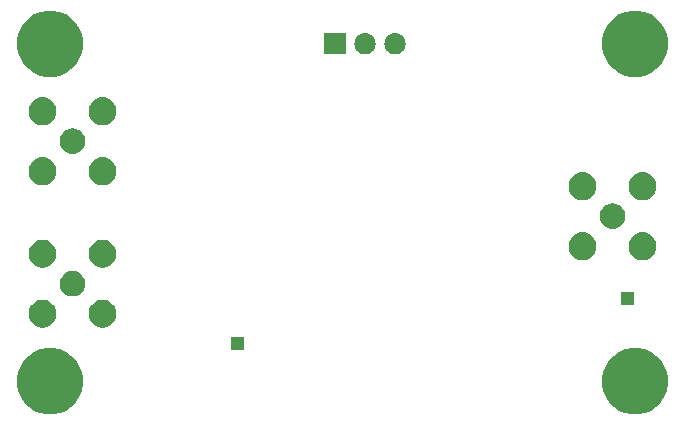
<source format=gbr>
G04 #@! TF.GenerationSoftware,KiCad,Pcbnew,(5.1.2)-2*
G04 #@! TF.CreationDate,2019-07-06T17:29:07+08:00*
G04 #@! TF.ProjectId,eval-board-ADA4817-1,6576616c-2d62-46f6-9172-642d41444134,rev?*
G04 #@! TF.SameCoordinates,Original*
G04 #@! TF.FileFunction,Soldermask,Bot*
G04 #@! TF.FilePolarity,Negative*
%FSLAX46Y46*%
G04 Gerber Fmt 4.6, Leading zero omitted, Abs format (unit mm)*
G04 Created by KiCad (PCBNEW (5.1.2)-2) date 2019-07-06 17:29:07*
%MOMM*%
%LPD*%
G04 APERTURE LIST*
%ADD10C,0.100000*%
G04 APERTURE END LIST*
D10*
G36*
X157662021Y-129386640D02*
G01*
X158171769Y-129597785D01*
X158171771Y-129597786D01*
X158630534Y-129904321D01*
X159020679Y-130294466D01*
X159327214Y-130753229D01*
X159327215Y-130753231D01*
X159538360Y-131262979D01*
X159646000Y-131804124D01*
X159646000Y-132355876D01*
X159538360Y-132897021D01*
X159327215Y-133406769D01*
X159327214Y-133406771D01*
X159020679Y-133865534D01*
X158630534Y-134255679D01*
X158171771Y-134562214D01*
X158171770Y-134562215D01*
X158171769Y-134562215D01*
X157662021Y-134773360D01*
X157120876Y-134881000D01*
X156569124Y-134881000D01*
X156027979Y-134773360D01*
X155518231Y-134562215D01*
X155518230Y-134562215D01*
X155518229Y-134562214D01*
X155059466Y-134255679D01*
X154669321Y-133865534D01*
X154362786Y-133406771D01*
X154362785Y-133406769D01*
X154151640Y-132897021D01*
X154044000Y-132355876D01*
X154044000Y-131804124D01*
X154151640Y-131262979D01*
X154362785Y-130753231D01*
X154362786Y-130753229D01*
X154669321Y-130294466D01*
X155059466Y-129904321D01*
X155518229Y-129597786D01*
X155518231Y-129597785D01*
X156027979Y-129386640D01*
X156569124Y-129279000D01*
X157120876Y-129279000D01*
X157662021Y-129386640D01*
X157662021Y-129386640D01*
G37*
G36*
X108132021Y-129386640D02*
G01*
X108641769Y-129597785D01*
X108641771Y-129597786D01*
X109100534Y-129904321D01*
X109490679Y-130294466D01*
X109797214Y-130753229D01*
X109797215Y-130753231D01*
X110008360Y-131262979D01*
X110116000Y-131804124D01*
X110116000Y-132355876D01*
X110008360Y-132897021D01*
X109797215Y-133406769D01*
X109797214Y-133406771D01*
X109490679Y-133865534D01*
X109100534Y-134255679D01*
X108641771Y-134562214D01*
X108641770Y-134562215D01*
X108641769Y-134562215D01*
X108132021Y-134773360D01*
X107590876Y-134881000D01*
X107039124Y-134881000D01*
X106497979Y-134773360D01*
X105988231Y-134562215D01*
X105988230Y-134562215D01*
X105988229Y-134562214D01*
X105529466Y-134255679D01*
X105139321Y-133865534D01*
X104832786Y-133406771D01*
X104832785Y-133406769D01*
X104621640Y-132897021D01*
X104514000Y-132355876D01*
X104514000Y-131804124D01*
X104621640Y-131262979D01*
X104832785Y-130753231D01*
X104832786Y-130753229D01*
X105139321Y-130294466D01*
X105529466Y-129904321D01*
X105988229Y-129597786D01*
X105988231Y-129597785D01*
X106497979Y-129386640D01*
X107039124Y-129279000D01*
X107590876Y-129279000D01*
X108132021Y-129386640D01*
X108132021Y-129386640D01*
G37*
G36*
X123741000Y-129456000D02*
G01*
X122639000Y-129456000D01*
X122639000Y-128354000D01*
X123741000Y-128354000D01*
X123741000Y-129456000D01*
X123741000Y-129456000D01*
G37*
G36*
X111951560Y-125204064D02*
G01*
X112103027Y-125234193D01*
X112317045Y-125322842D01*
X112317046Y-125322843D01*
X112509654Y-125451539D01*
X112673461Y-125615346D01*
X112693943Y-125646000D01*
X112802158Y-125807955D01*
X112890807Y-126021973D01*
X112936000Y-126249174D01*
X112936000Y-126480826D01*
X112890807Y-126708027D01*
X112802158Y-126922045D01*
X112802157Y-126922046D01*
X112673461Y-127114654D01*
X112509654Y-127278461D01*
X112381249Y-127364258D01*
X112317045Y-127407158D01*
X112103027Y-127495807D01*
X111951560Y-127525936D01*
X111875827Y-127541000D01*
X111644173Y-127541000D01*
X111568440Y-127525936D01*
X111416973Y-127495807D01*
X111202955Y-127407158D01*
X111138751Y-127364258D01*
X111010346Y-127278461D01*
X110846539Y-127114654D01*
X110717843Y-126922046D01*
X110717842Y-126922045D01*
X110629193Y-126708027D01*
X110584000Y-126480826D01*
X110584000Y-126249174D01*
X110629193Y-126021973D01*
X110717842Y-125807955D01*
X110826057Y-125646000D01*
X110846539Y-125615346D01*
X111010346Y-125451539D01*
X111202954Y-125322843D01*
X111202955Y-125322842D01*
X111416973Y-125234193D01*
X111568440Y-125204064D01*
X111644173Y-125189000D01*
X111875827Y-125189000D01*
X111951560Y-125204064D01*
X111951560Y-125204064D01*
G37*
G36*
X106871560Y-125204064D02*
G01*
X107023027Y-125234193D01*
X107237045Y-125322842D01*
X107237046Y-125322843D01*
X107429654Y-125451539D01*
X107593461Y-125615346D01*
X107613943Y-125646000D01*
X107722158Y-125807955D01*
X107810807Y-126021973D01*
X107856000Y-126249174D01*
X107856000Y-126480826D01*
X107810807Y-126708027D01*
X107722158Y-126922045D01*
X107722157Y-126922046D01*
X107593461Y-127114654D01*
X107429654Y-127278461D01*
X107301249Y-127364258D01*
X107237045Y-127407158D01*
X107023027Y-127495807D01*
X106871560Y-127525936D01*
X106795827Y-127541000D01*
X106564173Y-127541000D01*
X106488440Y-127525936D01*
X106336973Y-127495807D01*
X106122955Y-127407158D01*
X106058751Y-127364258D01*
X105930346Y-127278461D01*
X105766539Y-127114654D01*
X105637843Y-126922046D01*
X105637842Y-126922045D01*
X105549193Y-126708027D01*
X105504000Y-126480826D01*
X105504000Y-126249174D01*
X105549193Y-126021973D01*
X105637842Y-125807955D01*
X105746057Y-125646000D01*
X105766539Y-125615346D01*
X105930346Y-125451539D01*
X106122954Y-125322843D01*
X106122955Y-125322842D01*
X106336973Y-125234193D01*
X106488440Y-125204064D01*
X106564173Y-125189000D01*
X106795827Y-125189000D01*
X106871560Y-125204064D01*
X106871560Y-125204064D01*
G37*
G36*
X156761000Y-125646000D02*
G01*
X155659000Y-125646000D01*
X155659000Y-124544000D01*
X156761000Y-124544000D01*
X156761000Y-125646000D01*
X156761000Y-125646000D01*
G37*
G36*
X109395271Y-122762783D02*
G01*
X109533858Y-122790350D01*
X109729677Y-122871461D01*
X109905910Y-122989216D01*
X110055784Y-123139090D01*
X110173539Y-123315323D01*
X110254650Y-123511142D01*
X110296000Y-123719023D01*
X110296000Y-123930977D01*
X110254650Y-124138858D01*
X110173539Y-124334677D01*
X110055784Y-124510910D01*
X109905910Y-124660784D01*
X109729677Y-124778539D01*
X109533858Y-124859650D01*
X109395271Y-124887217D01*
X109325978Y-124901000D01*
X109114022Y-124901000D01*
X109044729Y-124887217D01*
X108906142Y-124859650D01*
X108710323Y-124778539D01*
X108534090Y-124660784D01*
X108384216Y-124510910D01*
X108266461Y-124334677D01*
X108185350Y-124138858D01*
X108144000Y-123930977D01*
X108144000Y-123719023D01*
X108185350Y-123511142D01*
X108266461Y-123315323D01*
X108384216Y-123139090D01*
X108534090Y-122989216D01*
X108710323Y-122871461D01*
X108906142Y-122790350D01*
X109044729Y-122762783D01*
X109114022Y-122749000D01*
X109325978Y-122749000D01*
X109395271Y-122762783D01*
X109395271Y-122762783D01*
G37*
G36*
X106871560Y-120124064D02*
G01*
X107023027Y-120154193D01*
X107237045Y-120242842D01*
X107237046Y-120242843D01*
X107429654Y-120371539D01*
X107593461Y-120535346D01*
X107679258Y-120663751D01*
X107722158Y-120727955D01*
X107810807Y-120941973D01*
X107856000Y-121169174D01*
X107856000Y-121400826D01*
X107810807Y-121628027D01*
X107722158Y-121842045D01*
X107722157Y-121842046D01*
X107593461Y-122034654D01*
X107429654Y-122198461D01*
X107301249Y-122284258D01*
X107237045Y-122327158D01*
X107023027Y-122415807D01*
X106871560Y-122445936D01*
X106795827Y-122461000D01*
X106564173Y-122461000D01*
X106488440Y-122445936D01*
X106336973Y-122415807D01*
X106122955Y-122327158D01*
X106058751Y-122284258D01*
X105930346Y-122198461D01*
X105766539Y-122034654D01*
X105637843Y-121842046D01*
X105637842Y-121842045D01*
X105549193Y-121628027D01*
X105504000Y-121400826D01*
X105504000Y-121169174D01*
X105549193Y-120941973D01*
X105637842Y-120727955D01*
X105680742Y-120663751D01*
X105766539Y-120535346D01*
X105930346Y-120371539D01*
X106122954Y-120242843D01*
X106122955Y-120242842D01*
X106336973Y-120154193D01*
X106488440Y-120124064D01*
X106564173Y-120109000D01*
X106795827Y-120109000D01*
X106871560Y-120124064D01*
X106871560Y-120124064D01*
G37*
G36*
X111951560Y-120124064D02*
G01*
X112103027Y-120154193D01*
X112317045Y-120242842D01*
X112317046Y-120242843D01*
X112509654Y-120371539D01*
X112673461Y-120535346D01*
X112759258Y-120663751D01*
X112802158Y-120727955D01*
X112890807Y-120941973D01*
X112936000Y-121169174D01*
X112936000Y-121400826D01*
X112890807Y-121628027D01*
X112802158Y-121842045D01*
X112802157Y-121842046D01*
X112673461Y-122034654D01*
X112509654Y-122198461D01*
X112381249Y-122284258D01*
X112317045Y-122327158D01*
X112103027Y-122415807D01*
X111951560Y-122445936D01*
X111875827Y-122461000D01*
X111644173Y-122461000D01*
X111568440Y-122445936D01*
X111416973Y-122415807D01*
X111202955Y-122327158D01*
X111138751Y-122284258D01*
X111010346Y-122198461D01*
X110846539Y-122034654D01*
X110717843Y-121842046D01*
X110717842Y-121842045D01*
X110629193Y-121628027D01*
X110584000Y-121400826D01*
X110584000Y-121169174D01*
X110629193Y-120941973D01*
X110717842Y-120727955D01*
X110760742Y-120663751D01*
X110846539Y-120535346D01*
X111010346Y-120371539D01*
X111202954Y-120242843D01*
X111202955Y-120242842D01*
X111416973Y-120154193D01*
X111568440Y-120124064D01*
X111644173Y-120109000D01*
X111875827Y-120109000D01*
X111951560Y-120124064D01*
X111951560Y-120124064D01*
G37*
G36*
X157671560Y-119489064D02*
G01*
X157823027Y-119519193D01*
X158037045Y-119607842D01*
X158037046Y-119607843D01*
X158229654Y-119736539D01*
X158393461Y-119900346D01*
X158479258Y-120028751D01*
X158522158Y-120092955D01*
X158610807Y-120306973D01*
X158656000Y-120534174D01*
X158656000Y-120765826D01*
X158610807Y-120993027D01*
X158522158Y-121207045D01*
X158522157Y-121207046D01*
X158393461Y-121399654D01*
X158229654Y-121563461D01*
X158101249Y-121649258D01*
X158037045Y-121692158D01*
X157823027Y-121780807D01*
X157671560Y-121810936D01*
X157595827Y-121826000D01*
X157364173Y-121826000D01*
X157288440Y-121810936D01*
X157136973Y-121780807D01*
X156922955Y-121692158D01*
X156858751Y-121649258D01*
X156730346Y-121563461D01*
X156566539Y-121399654D01*
X156437843Y-121207046D01*
X156437842Y-121207045D01*
X156349193Y-120993027D01*
X156304000Y-120765826D01*
X156304000Y-120534174D01*
X156349193Y-120306973D01*
X156437842Y-120092955D01*
X156480742Y-120028751D01*
X156566539Y-119900346D01*
X156730346Y-119736539D01*
X156922954Y-119607843D01*
X156922955Y-119607842D01*
X157136973Y-119519193D01*
X157288440Y-119489064D01*
X157364173Y-119474000D01*
X157595827Y-119474000D01*
X157671560Y-119489064D01*
X157671560Y-119489064D01*
G37*
G36*
X152591560Y-119489064D02*
G01*
X152743027Y-119519193D01*
X152957045Y-119607842D01*
X152957046Y-119607843D01*
X153149654Y-119736539D01*
X153313461Y-119900346D01*
X153399258Y-120028751D01*
X153442158Y-120092955D01*
X153530807Y-120306973D01*
X153576000Y-120534174D01*
X153576000Y-120765826D01*
X153530807Y-120993027D01*
X153442158Y-121207045D01*
X153442157Y-121207046D01*
X153313461Y-121399654D01*
X153149654Y-121563461D01*
X153021249Y-121649258D01*
X152957045Y-121692158D01*
X152743027Y-121780807D01*
X152591560Y-121810936D01*
X152515827Y-121826000D01*
X152284173Y-121826000D01*
X152208440Y-121810936D01*
X152056973Y-121780807D01*
X151842955Y-121692158D01*
X151778751Y-121649258D01*
X151650346Y-121563461D01*
X151486539Y-121399654D01*
X151357843Y-121207046D01*
X151357842Y-121207045D01*
X151269193Y-120993027D01*
X151224000Y-120765826D01*
X151224000Y-120534174D01*
X151269193Y-120306973D01*
X151357842Y-120092955D01*
X151400742Y-120028751D01*
X151486539Y-119900346D01*
X151650346Y-119736539D01*
X151842954Y-119607843D01*
X151842955Y-119607842D01*
X152056973Y-119519193D01*
X152208440Y-119489064D01*
X152284173Y-119474000D01*
X152515827Y-119474000D01*
X152591560Y-119489064D01*
X152591560Y-119489064D01*
G37*
G36*
X155115271Y-117047783D02*
G01*
X155253858Y-117075350D01*
X155449677Y-117156461D01*
X155625910Y-117274216D01*
X155775784Y-117424090D01*
X155893539Y-117600323D01*
X155974650Y-117796142D01*
X156016000Y-118004023D01*
X156016000Y-118215977D01*
X155974650Y-118423858D01*
X155893539Y-118619677D01*
X155775784Y-118795910D01*
X155625910Y-118945784D01*
X155449677Y-119063539D01*
X155253858Y-119144650D01*
X155115271Y-119172217D01*
X155045978Y-119186000D01*
X154834022Y-119186000D01*
X154764729Y-119172217D01*
X154626142Y-119144650D01*
X154430323Y-119063539D01*
X154254090Y-118945784D01*
X154104216Y-118795910D01*
X153986461Y-118619677D01*
X153905350Y-118423858D01*
X153864000Y-118215977D01*
X153864000Y-118004023D01*
X153905350Y-117796142D01*
X153986461Y-117600323D01*
X154104216Y-117424090D01*
X154254090Y-117274216D01*
X154430323Y-117156461D01*
X154626142Y-117075350D01*
X154764729Y-117047783D01*
X154834022Y-117034000D01*
X155045978Y-117034000D01*
X155115271Y-117047783D01*
X155115271Y-117047783D01*
G37*
G36*
X157671560Y-114409064D02*
G01*
X157823027Y-114439193D01*
X158037045Y-114527842D01*
X158037046Y-114527843D01*
X158229654Y-114656539D01*
X158393461Y-114820346D01*
X158417982Y-114857045D01*
X158522158Y-115012955D01*
X158610807Y-115226973D01*
X158656000Y-115454174D01*
X158656000Y-115685826D01*
X158610807Y-115913027D01*
X158522158Y-116127045D01*
X158522157Y-116127046D01*
X158393461Y-116319654D01*
X158229654Y-116483461D01*
X158101249Y-116569258D01*
X158037045Y-116612158D01*
X157823027Y-116700807D01*
X157671560Y-116730936D01*
X157595827Y-116746000D01*
X157364173Y-116746000D01*
X157288440Y-116730936D01*
X157136973Y-116700807D01*
X156922955Y-116612158D01*
X156858751Y-116569258D01*
X156730346Y-116483461D01*
X156566539Y-116319654D01*
X156437843Y-116127046D01*
X156437842Y-116127045D01*
X156349193Y-115913027D01*
X156304000Y-115685826D01*
X156304000Y-115454174D01*
X156349193Y-115226973D01*
X156437842Y-115012955D01*
X156542018Y-114857045D01*
X156566539Y-114820346D01*
X156730346Y-114656539D01*
X156922954Y-114527843D01*
X156922955Y-114527842D01*
X157136973Y-114439193D01*
X157288440Y-114409064D01*
X157364173Y-114394000D01*
X157595827Y-114394000D01*
X157671560Y-114409064D01*
X157671560Y-114409064D01*
G37*
G36*
X152591560Y-114409064D02*
G01*
X152743027Y-114439193D01*
X152957045Y-114527842D01*
X152957046Y-114527843D01*
X153149654Y-114656539D01*
X153313461Y-114820346D01*
X153337982Y-114857045D01*
X153442158Y-115012955D01*
X153530807Y-115226973D01*
X153576000Y-115454174D01*
X153576000Y-115685826D01*
X153530807Y-115913027D01*
X153442158Y-116127045D01*
X153442157Y-116127046D01*
X153313461Y-116319654D01*
X153149654Y-116483461D01*
X153021249Y-116569258D01*
X152957045Y-116612158D01*
X152743027Y-116700807D01*
X152591560Y-116730936D01*
X152515827Y-116746000D01*
X152284173Y-116746000D01*
X152208440Y-116730936D01*
X152056973Y-116700807D01*
X151842955Y-116612158D01*
X151778751Y-116569258D01*
X151650346Y-116483461D01*
X151486539Y-116319654D01*
X151357843Y-116127046D01*
X151357842Y-116127045D01*
X151269193Y-115913027D01*
X151224000Y-115685826D01*
X151224000Y-115454174D01*
X151269193Y-115226973D01*
X151357842Y-115012955D01*
X151462018Y-114857045D01*
X151486539Y-114820346D01*
X151650346Y-114656539D01*
X151842954Y-114527843D01*
X151842955Y-114527842D01*
X152056973Y-114439193D01*
X152208440Y-114409064D01*
X152284173Y-114394000D01*
X152515827Y-114394000D01*
X152591560Y-114409064D01*
X152591560Y-114409064D01*
G37*
G36*
X111951560Y-113139064D02*
G01*
X112103027Y-113169193D01*
X112317045Y-113257842D01*
X112317046Y-113257843D01*
X112509654Y-113386539D01*
X112673461Y-113550346D01*
X112759258Y-113678751D01*
X112802158Y-113742955D01*
X112890807Y-113956973D01*
X112936000Y-114184174D01*
X112936000Y-114415826D01*
X112890807Y-114643027D01*
X112802158Y-114857045D01*
X112802157Y-114857046D01*
X112673461Y-115049654D01*
X112509654Y-115213461D01*
X112381249Y-115299258D01*
X112317045Y-115342158D01*
X112103027Y-115430807D01*
X111951560Y-115460936D01*
X111875827Y-115476000D01*
X111644173Y-115476000D01*
X111568440Y-115460936D01*
X111416973Y-115430807D01*
X111202955Y-115342158D01*
X111138751Y-115299258D01*
X111010346Y-115213461D01*
X110846539Y-115049654D01*
X110717843Y-114857046D01*
X110717842Y-114857045D01*
X110629193Y-114643027D01*
X110584000Y-114415826D01*
X110584000Y-114184174D01*
X110629193Y-113956973D01*
X110717842Y-113742955D01*
X110760742Y-113678751D01*
X110846539Y-113550346D01*
X111010346Y-113386539D01*
X111202954Y-113257843D01*
X111202955Y-113257842D01*
X111416973Y-113169193D01*
X111568440Y-113139064D01*
X111644173Y-113124000D01*
X111875827Y-113124000D01*
X111951560Y-113139064D01*
X111951560Y-113139064D01*
G37*
G36*
X106871560Y-113139064D02*
G01*
X107023027Y-113169193D01*
X107237045Y-113257842D01*
X107237046Y-113257843D01*
X107429654Y-113386539D01*
X107593461Y-113550346D01*
X107679258Y-113678751D01*
X107722158Y-113742955D01*
X107810807Y-113956973D01*
X107856000Y-114184174D01*
X107856000Y-114415826D01*
X107810807Y-114643027D01*
X107722158Y-114857045D01*
X107722157Y-114857046D01*
X107593461Y-115049654D01*
X107429654Y-115213461D01*
X107301249Y-115299258D01*
X107237045Y-115342158D01*
X107023027Y-115430807D01*
X106871560Y-115460936D01*
X106795827Y-115476000D01*
X106564173Y-115476000D01*
X106488440Y-115460936D01*
X106336973Y-115430807D01*
X106122955Y-115342158D01*
X106058751Y-115299258D01*
X105930346Y-115213461D01*
X105766539Y-115049654D01*
X105637843Y-114857046D01*
X105637842Y-114857045D01*
X105549193Y-114643027D01*
X105504000Y-114415826D01*
X105504000Y-114184174D01*
X105549193Y-113956973D01*
X105637842Y-113742955D01*
X105680742Y-113678751D01*
X105766539Y-113550346D01*
X105930346Y-113386539D01*
X106122954Y-113257843D01*
X106122955Y-113257842D01*
X106336973Y-113169193D01*
X106488440Y-113139064D01*
X106564173Y-113124000D01*
X106795827Y-113124000D01*
X106871560Y-113139064D01*
X106871560Y-113139064D01*
G37*
G36*
X109395271Y-110697783D02*
G01*
X109533858Y-110725350D01*
X109729677Y-110806461D01*
X109905910Y-110924216D01*
X110055784Y-111074090D01*
X110173539Y-111250323D01*
X110254650Y-111446142D01*
X110296000Y-111654023D01*
X110296000Y-111865977D01*
X110254650Y-112073858D01*
X110173539Y-112269677D01*
X110055784Y-112445910D01*
X109905910Y-112595784D01*
X109729677Y-112713539D01*
X109533858Y-112794650D01*
X109395271Y-112822217D01*
X109325978Y-112836000D01*
X109114022Y-112836000D01*
X109044729Y-112822217D01*
X108906142Y-112794650D01*
X108710323Y-112713539D01*
X108534090Y-112595784D01*
X108384216Y-112445910D01*
X108266461Y-112269677D01*
X108185350Y-112073858D01*
X108144000Y-111865977D01*
X108144000Y-111654023D01*
X108185350Y-111446142D01*
X108266461Y-111250323D01*
X108384216Y-111074090D01*
X108534090Y-110924216D01*
X108710323Y-110806461D01*
X108906142Y-110725350D01*
X109044729Y-110697783D01*
X109114022Y-110684000D01*
X109325978Y-110684000D01*
X109395271Y-110697783D01*
X109395271Y-110697783D01*
G37*
G36*
X111951560Y-108059064D02*
G01*
X112103027Y-108089193D01*
X112317045Y-108177842D01*
X112317046Y-108177843D01*
X112509654Y-108306539D01*
X112673461Y-108470346D01*
X112759258Y-108598751D01*
X112802158Y-108662955D01*
X112890807Y-108876973D01*
X112936000Y-109104174D01*
X112936000Y-109335826D01*
X112890807Y-109563027D01*
X112802158Y-109777045D01*
X112802157Y-109777046D01*
X112673461Y-109969654D01*
X112509654Y-110133461D01*
X112381249Y-110219258D01*
X112317045Y-110262158D01*
X112103027Y-110350807D01*
X111951560Y-110380936D01*
X111875827Y-110396000D01*
X111644173Y-110396000D01*
X111568440Y-110380936D01*
X111416973Y-110350807D01*
X111202955Y-110262158D01*
X111138751Y-110219258D01*
X111010346Y-110133461D01*
X110846539Y-109969654D01*
X110717843Y-109777046D01*
X110717842Y-109777045D01*
X110629193Y-109563027D01*
X110584000Y-109335826D01*
X110584000Y-109104174D01*
X110629193Y-108876973D01*
X110717842Y-108662955D01*
X110760742Y-108598751D01*
X110846539Y-108470346D01*
X111010346Y-108306539D01*
X111202954Y-108177843D01*
X111202955Y-108177842D01*
X111416973Y-108089193D01*
X111568440Y-108059064D01*
X111644173Y-108044000D01*
X111875827Y-108044000D01*
X111951560Y-108059064D01*
X111951560Y-108059064D01*
G37*
G36*
X106871560Y-108059064D02*
G01*
X107023027Y-108089193D01*
X107237045Y-108177842D01*
X107237046Y-108177843D01*
X107429654Y-108306539D01*
X107593461Y-108470346D01*
X107679258Y-108598751D01*
X107722158Y-108662955D01*
X107810807Y-108876973D01*
X107856000Y-109104174D01*
X107856000Y-109335826D01*
X107810807Y-109563027D01*
X107722158Y-109777045D01*
X107722157Y-109777046D01*
X107593461Y-109969654D01*
X107429654Y-110133461D01*
X107301249Y-110219258D01*
X107237045Y-110262158D01*
X107023027Y-110350807D01*
X106871560Y-110380936D01*
X106795827Y-110396000D01*
X106564173Y-110396000D01*
X106488440Y-110380936D01*
X106336973Y-110350807D01*
X106122955Y-110262158D01*
X106058751Y-110219258D01*
X105930346Y-110133461D01*
X105766539Y-109969654D01*
X105637843Y-109777046D01*
X105637842Y-109777045D01*
X105549193Y-109563027D01*
X105504000Y-109335826D01*
X105504000Y-109104174D01*
X105549193Y-108876973D01*
X105637842Y-108662955D01*
X105680742Y-108598751D01*
X105766539Y-108470346D01*
X105930346Y-108306539D01*
X106122954Y-108177843D01*
X106122955Y-108177842D01*
X106336973Y-108089193D01*
X106488440Y-108059064D01*
X106564173Y-108044000D01*
X106795827Y-108044000D01*
X106871560Y-108059064D01*
X106871560Y-108059064D01*
G37*
G36*
X108132021Y-100811640D02*
G01*
X108641769Y-101022785D01*
X108641771Y-101022786D01*
X109100534Y-101329321D01*
X109490679Y-101719466D01*
X109797214Y-102178229D01*
X109797215Y-102178231D01*
X110008360Y-102687979D01*
X110116000Y-103229124D01*
X110116000Y-103780876D01*
X110008360Y-104322021D01*
X109797215Y-104831769D01*
X109797214Y-104831771D01*
X109490679Y-105290534D01*
X109100534Y-105680679D01*
X108641771Y-105987214D01*
X108641770Y-105987215D01*
X108641769Y-105987215D01*
X108132021Y-106198360D01*
X107590876Y-106306000D01*
X107039124Y-106306000D01*
X106497979Y-106198360D01*
X105988231Y-105987215D01*
X105988230Y-105987215D01*
X105988229Y-105987214D01*
X105529466Y-105680679D01*
X105139321Y-105290534D01*
X104832786Y-104831771D01*
X104832785Y-104831769D01*
X104621640Y-104322021D01*
X104514000Y-103780876D01*
X104514000Y-103229124D01*
X104621640Y-102687979D01*
X104832785Y-102178231D01*
X104832786Y-102178229D01*
X105139321Y-101719466D01*
X105529466Y-101329321D01*
X105988229Y-101022786D01*
X105988231Y-101022785D01*
X106497979Y-100811640D01*
X107039124Y-100704000D01*
X107590876Y-100704000D01*
X108132021Y-100811640D01*
X108132021Y-100811640D01*
G37*
G36*
X157662021Y-100811640D02*
G01*
X158171769Y-101022785D01*
X158171771Y-101022786D01*
X158630534Y-101329321D01*
X159020679Y-101719466D01*
X159327214Y-102178229D01*
X159327215Y-102178231D01*
X159538360Y-102687979D01*
X159646000Y-103229124D01*
X159646000Y-103780876D01*
X159538360Y-104322021D01*
X159327215Y-104831769D01*
X159327214Y-104831771D01*
X159020679Y-105290534D01*
X158630534Y-105680679D01*
X158171771Y-105987214D01*
X158171770Y-105987215D01*
X158171769Y-105987215D01*
X157662021Y-106198360D01*
X157120876Y-106306000D01*
X156569124Y-106306000D01*
X156027979Y-106198360D01*
X155518231Y-105987215D01*
X155518230Y-105987215D01*
X155518229Y-105987214D01*
X155059466Y-105680679D01*
X154669321Y-105290534D01*
X154362786Y-104831771D01*
X154362785Y-104831769D01*
X154151640Y-104322021D01*
X154044000Y-103780876D01*
X154044000Y-103229124D01*
X154151640Y-102687979D01*
X154362785Y-102178231D01*
X154362786Y-102178229D01*
X154669321Y-101719466D01*
X155059466Y-101329321D01*
X155518229Y-101022786D01*
X155518231Y-101022785D01*
X156027979Y-100811640D01*
X156569124Y-100704000D01*
X157120876Y-100704000D01*
X157662021Y-100811640D01*
X157662021Y-100811640D01*
G37*
G36*
X132346000Y-104406000D02*
G01*
X130544000Y-104406000D01*
X130544000Y-102604000D01*
X132346000Y-102604000D01*
X132346000Y-104406000D01*
X132346000Y-104406000D01*
G37*
G36*
X134095442Y-102610518D02*
G01*
X134161627Y-102617037D01*
X134331466Y-102668557D01*
X134487991Y-102752222D01*
X134523729Y-102781552D01*
X134625186Y-102864814D01*
X134708448Y-102966271D01*
X134737778Y-103002009D01*
X134821443Y-103158534D01*
X134872963Y-103328373D01*
X134890359Y-103505000D01*
X134872963Y-103681627D01*
X134821443Y-103851466D01*
X134737778Y-104007991D01*
X134708448Y-104043729D01*
X134625186Y-104145186D01*
X134523729Y-104228448D01*
X134487991Y-104257778D01*
X134331466Y-104341443D01*
X134161627Y-104392963D01*
X134095442Y-104399482D01*
X134029260Y-104406000D01*
X133940740Y-104406000D01*
X133874558Y-104399482D01*
X133808373Y-104392963D01*
X133638534Y-104341443D01*
X133482009Y-104257778D01*
X133446271Y-104228448D01*
X133344814Y-104145186D01*
X133261552Y-104043729D01*
X133232222Y-104007991D01*
X133148557Y-103851466D01*
X133097037Y-103681627D01*
X133079641Y-103505000D01*
X133097037Y-103328373D01*
X133148557Y-103158534D01*
X133232222Y-103002009D01*
X133261552Y-102966271D01*
X133344814Y-102864814D01*
X133446271Y-102781552D01*
X133482009Y-102752222D01*
X133638534Y-102668557D01*
X133808373Y-102617037D01*
X133874558Y-102610518D01*
X133940740Y-102604000D01*
X134029260Y-102604000D01*
X134095442Y-102610518D01*
X134095442Y-102610518D01*
G37*
G36*
X136635442Y-102610518D02*
G01*
X136701627Y-102617037D01*
X136871466Y-102668557D01*
X137027991Y-102752222D01*
X137063729Y-102781552D01*
X137165186Y-102864814D01*
X137248448Y-102966271D01*
X137277778Y-103002009D01*
X137361443Y-103158534D01*
X137412963Y-103328373D01*
X137430359Y-103505000D01*
X137412963Y-103681627D01*
X137361443Y-103851466D01*
X137277778Y-104007991D01*
X137248448Y-104043729D01*
X137165186Y-104145186D01*
X137063729Y-104228448D01*
X137027991Y-104257778D01*
X136871466Y-104341443D01*
X136701627Y-104392963D01*
X136635442Y-104399482D01*
X136569260Y-104406000D01*
X136480740Y-104406000D01*
X136414558Y-104399482D01*
X136348373Y-104392963D01*
X136178534Y-104341443D01*
X136022009Y-104257778D01*
X135986271Y-104228448D01*
X135884814Y-104145186D01*
X135801552Y-104043729D01*
X135772222Y-104007991D01*
X135688557Y-103851466D01*
X135637037Y-103681627D01*
X135619641Y-103505000D01*
X135637037Y-103328373D01*
X135688557Y-103158534D01*
X135772222Y-103002009D01*
X135801552Y-102966271D01*
X135884814Y-102864814D01*
X135986271Y-102781552D01*
X136022009Y-102752222D01*
X136178534Y-102668557D01*
X136348373Y-102617037D01*
X136414558Y-102610518D01*
X136480740Y-102604000D01*
X136569260Y-102604000D01*
X136635442Y-102610518D01*
X136635442Y-102610518D01*
G37*
M02*

</source>
